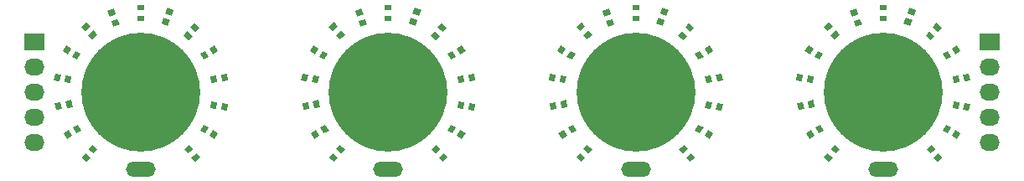
<source format=gts>
%TF.GenerationSoftware,KiCad,Pcbnew,(5.1.12)-1*%
%TF.CreationDate,2021-11-29T00:24:33+03:00*%
%TF.ProjectId,lepetocontrol,6c657065-746f-4636-9f6e-74726f6c2e6b,rev?*%
%TF.SameCoordinates,Original*%
%TF.FileFunction,Soldermask,Top*%
%TF.FilePolarity,Negative*%
%FSLAX46Y46*%
G04 Gerber Fmt 4.6, Leading zero omitted, Abs format (unit mm)*
G04 Created by KiCad (PCBNEW (5.1.12)-1) date 2021-11-29 00:24:33*
%MOMM*%
%LPD*%
G01*
G04 APERTURE LIST*
%ADD10O,2.032000X1.727200*%
%ADD11R,2.032000X1.727200*%
%ADD12O,3.000000X1.500000*%
%ADD13C,12.000000*%
%ADD14C,0.100000*%
%ADD15R,0.700000X0.600000*%
G04 APERTURE END LIST*
D10*
X176530000Y-36576000D03*
X176530000Y-34036000D03*
X176530000Y-31496000D03*
X176530000Y-28956000D03*
D11*
X176530000Y-26416000D03*
D10*
X273050000Y-36576000D03*
X273050000Y-34036000D03*
X273050000Y-31496000D03*
X273050000Y-28956000D03*
D11*
X273050000Y-26416000D03*
D12*
X187280000Y-39259000D03*
D13*
X187280000Y-31459000D03*
D12*
X212280000Y-39259000D03*
D13*
X212280000Y-31459000D03*
D12*
X237280000Y-39259000D03*
D13*
X237280000Y-31459000D03*
D12*
X262280000Y-39259000D03*
D13*
X262280000Y-31459000D03*
D14*
G36*
X267587419Y-37242514D02*
G01*
X267051188Y-37692465D01*
X266665515Y-37232838D01*
X267201746Y-36782887D01*
X267587419Y-37242514D01*
G37*
G36*
X268294485Y-38085162D02*
G01*
X267758254Y-38535113D01*
X267372581Y-38075486D01*
X267908812Y-37625535D01*
X268294485Y-38085162D01*
G37*
G36*
X269138494Y-35030891D02*
G01*
X268788494Y-35637109D01*
X268268878Y-35337109D01*
X268618878Y-34730891D01*
X269138494Y-35030891D01*
G37*
G36*
X270091122Y-35580891D02*
G01*
X269741122Y-36187109D01*
X269221506Y-35887109D01*
X269571506Y-35280891D01*
X270091122Y-35580891D01*
G37*
G36*
X269994575Y-32470906D02*
G01*
X269873021Y-33160271D01*
X269282137Y-33056082D01*
X269403691Y-32366717D01*
X269994575Y-32470906D01*
G37*
G36*
X271077863Y-32661918D02*
G01*
X270956309Y-33351283D01*
X270365425Y-33247094D01*
X270486979Y-32557729D01*
X271077863Y-32661918D01*
G37*
G36*
X269873021Y-29757729D02*
G01*
X269994575Y-30447094D01*
X269403691Y-30551283D01*
X269282137Y-29861918D01*
X269873021Y-29757729D01*
G37*
G36*
X270956309Y-29566717D02*
G01*
X271077863Y-30256082D01*
X270486979Y-30360271D01*
X270365425Y-29670906D01*
X270956309Y-29566717D01*
G37*
G36*
X268788494Y-27280891D02*
G01*
X269138494Y-27887109D01*
X268618878Y-28187109D01*
X268268878Y-27580891D01*
X268788494Y-27280891D01*
G37*
G36*
X269741122Y-26730891D02*
G01*
X270091122Y-27337109D01*
X269571506Y-27637109D01*
X269221506Y-27030891D01*
X269741122Y-26730891D01*
G37*
G36*
X266951188Y-25325535D02*
G01*
X267487419Y-25775486D01*
X267101746Y-26235113D01*
X266565515Y-25785162D01*
X266951188Y-25325535D01*
G37*
G36*
X267658254Y-24482887D02*
G01*
X268194485Y-24932838D01*
X267808812Y-25392465D01*
X267272581Y-24942514D01*
X267658254Y-24482887D01*
G37*
G36*
X264565603Y-23974216D02*
G01*
X265223387Y-24213630D01*
X265018175Y-24777446D01*
X264360391Y-24538032D01*
X264565603Y-23974216D01*
G37*
G36*
X264941825Y-22940554D02*
G01*
X265599609Y-23179968D01*
X265394397Y-23743784D01*
X264736613Y-23504370D01*
X264941825Y-22940554D01*
G37*
D15*
X262280000Y-24009000D03*
X262280000Y-22909000D03*
D14*
G36*
X259286613Y-24313630D02*
G01*
X259944397Y-24074216D01*
X260149609Y-24638032D01*
X259491825Y-24877446D01*
X259286613Y-24313630D01*
G37*
G36*
X258910391Y-23279968D02*
G01*
X259568175Y-23040554D01*
X259773387Y-23604370D01*
X259115603Y-23843784D01*
X258910391Y-23279968D01*
G37*
G36*
X256972581Y-25675486D02*
G01*
X257508812Y-25225535D01*
X257894485Y-25685162D01*
X257358254Y-26135113D01*
X256972581Y-25675486D01*
G37*
G36*
X256265515Y-24832838D02*
G01*
X256801746Y-24382887D01*
X257187419Y-24842514D01*
X256651188Y-25292465D01*
X256265515Y-24832838D01*
G37*
G36*
X255321506Y-27887109D02*
G01*
X255671506Y-27280891D01*
X256191122Y-27580891D01*
X255841122Y-28187109D01*
X255321506Y-27887109D01*
G37*
G36*
X254368878Y-27337109D02*
G01*
X254718878Y-26730891D01*
X255238494Y-27030891D01*
X254888494Y-27637109D01*
X254368878Y-27337109D01*
G37*
G36*
X254565425Y-30447094D02*
G01*
X254686979Y-29757729D01*
X255277863Y-29861918D01*
X255156309Y-30551283D01*
X254565425Y-30447094D01*
G37*
G36*
X253482137Y-30256082D02*
G01*
X253603691Y-29566717D01*
X254194575Y-29670906D01*
X254073021Y-30360271D01*
X253482137Y-30256082D01*
G37*
G36*
X254786979Y-33060271D02*
G01*
X254665425Y-32370906D01*
X255256309Y-32266717D01*
X255377863Y-32956082D01*
X254786979Y-33060271D01*
G37*
G36*
X253703691Y-33251283D02*
G01*
X253582137Y-32561918D01*
X254173021Y-32457729D01*
X254294575Y-33147094D01*
X253703691Y-33251283D01*
G37*
G36*
X255771506Y-35637109D02*
G01*
X255421506Y-35030891D01*
X255941122Y-34730891D01*
X256291122Y-35337109D01*
X255771506Y-35637109D01*
G37*
G36*
X254818878Y-36187109D02*
G01*
X254468878Y-35580891D01*
X254988494Y-35280891D01*
X255338494Y-35887109D01*
X254818878Y-36187109D01*
G37*
G36*
X257508812Y-37692465D02*
G01*
X256972581Y-37242514D01*
X257358254Y-36782887D01*
X257894485Y-37232838D01*
X257508812Y-37692465D01*
G37*
G36*
X256801746Y-38535113D02*
G01*
X256265515Y-38085162D01*
X256651188Y-37625535D01*
X257187419Y-38075486D01*
X256801746Y-38535113D01*
G37*
G36*
X242587419Y-37242514D02*
G01*
X242051188Y-37692465D01*
X241665515Y-37232838D01*
X242201746Y-36782887D01*
X242587419Y-37242514D01*
G37*
G36*
X243294485Y-38085162D02*
G01*
X242758254Y-38535113D01*
X242372581Y-38075486D01*
X242908812Y-37625535D01*
X243294485Y-38085162D01*
G37*
G36*
X244138494Y-35030891D02*
G01*
X243788494Y-35637109D01*
X243268878Y-35337109D01*
X243618878Y-34730891D01*
X244138494Y-35030891D01*
G37*
G36*
X245091122Y-35580891D02*
G01*
X244741122Y-36187109D01*
X244221506Y-35887109D01*
X244571506Y-35280891D01*
X245091122Y-35580891D01*
G37*
G36*
X244994575Y-32470906D02*
G01*
X244873021Y-33160271D01*
X244282137Y-33056082D01*
X244403691Y-32366717D01*
X244994575Y-32470906D01*
G37*
G36*
X246077863Y-32661918D02*
G01*
X245956309Y-33351283D01*
X245365425Y-33247094D01*
X245486979Y-32557729D01*
X246077863Y-32661918D01*
G37*
G36*
X244873021Y-29757729D02*
G01*
X244994575Y-30447094D01*
X244403691Y-30551283D01*
X244282137Y-29861918D01*
X244873021Y-29757729D01*
G37*
G36*
X245956309Y-29566717D02*
G01*
X246077863Y-30256082D01*
X245486979Y-30360271D01*
X245365425Y-29670906D01*
X245956309Y-29566717D01*
G37*
G36*
X243788494Y-27280891D02*
G01*
X244138494Y-27887109D01*
X243618878Y-28187109D01*
X243268878Y-27580891D01*
X243788494Y-27280891D01*
G37*
G36*
X244741122Y-26730891D02*
G01*
X245091122Y-27337109D01*
X244571506Y-27637109D01*
X244221506Y-27030891D01*
X244741122Y-26730891D01*
G37*
G36*
X241951188Y-25325535D02*
G01*
X242487419Y-25775486D01*
X242101746Y-26235113D01*
X241565515Y-25785162D01*
X241951188Y-25325535D01*
G37*
G36*
X242658254Y-24482887D02*
G01*
X243194485Y-24932838D01*
X242808812Y-25392465D01*
X242272581Y-24942514D01*
X242658254Y-24482887D01*
G37*
G36*
X239565603Y-23974216D02*
G01*
X240223387Y-24213630D01*
X240018175Y-24777446D01*
X239360391Y-24538032D01*
X239565603Y-23974216D01*
G37*
G36*
X239941825Y-22940554D02*
G01*
X240599609Y-23179968D01*
X240394397Y-23743784D01*
X239736613Y-23504370D01*
X239941825Y-22940554D01*
G37*
D15*
X237280000Y-24009000D03*
X237280000Y-22909000D03*
D14*
G36*
X234286613Y-24313630D02*
G01*
X234944397Y-24074216D01*
X235149609Y-24638032D01*
X234491825Y-24877446D01*
X234286613Y-24313630D01*
G37*
G36*
X233910391Y-23279968D02*
G01*
X234568175Y-23040554D01*
X234773387Y-23604370D01*
X234115603Y-23843784D01*
X233910391Y-23279968D01*
G37*
G36*
X231972581Y-25675486D02*
G01*
X232508812Y-25225535D01*
X232894485Y-25685162D01*
X232358254Y-26135113D01*
X231972581Y-25675486D01*
G37*
G36*
X231265515Y-24832838D02*
G01*
X231801746Y-24382887D01*
X232187419Y-24842514D01*
X231651188Y-25292465D01*
X231265515Y-24832838D01*
G37*
G36*
X230321506Y-27887109D02*
G01*
X230671506Y-27280891D01*
X231191122Y-27580891D01*
X230841122Y-28187109D01*
X230321506Y-27887109D01*
G37*
G36*
X229368878Y-27337109D02*
G01*
X229718878Y-26730891D01*
X230238494Y-27030891D01*
X229888494Y-27637109D01*
X229368878Y-27337109D01*
G37*
G36*
X229565425Y-30447094D02*
G01*
X229686979Y-29757729D01*
X230277863Y-29861918D01*
X230156309Y-30551283D01*
X229565425Y-30447094D01*
G37*
G36*
X228482137Y-30256082D02*
G01*
X228603691Y-29566717D01*
X229194575Y-29670906D01*
X229073021Y-30360271D01*
X228482137Y-30256082D01*
G37*
G36*
X229786979Y-33060271D02*
G01*
X229665425Y-32370906D01*
X230256309Y-32266717D01*
X230377863Y-32956082D01*
X229786979Y-33060271D01*
G37*
G36*
X228703691Y-33251283D02*
G01*
X228582137Y-32561918D01*
X229173021Y-32457729D01*
X229294575Y-33147094D01*
X228703691Y-33251283D01*
G37*
G36*
X230771506Y-35637109D02*
G01*
X230421506Y-35030891D01*
X230941122Y-34730891D01*
X231291122Y-35337109D01*
X230771506Y-35637109D01*
G37*
G36*
X229818878Y-36187109D02*
G01*
X229468878Y-35580891D01*
X229988494Y-35280891D01*
X230338494Y-35887109D01*
X229818878Y-36187109D01*
G37*
G36*
X232508812Y-37692465D02*
G01*
X231972581Y-37242514D01*
X232358254Y-36782887D01*
X232894485Y-37232838D01*
X232508812Y-37692465D01*
G37*
G36*
X231801746Y-38535113D02*
G01*
X231265515Y-38085162D01*
X231651188Y-37625535D01*
X232187419Y-38075486D01*
X231801746Y-38535113D01*
G37*
G36*
X217587419Y-37242514D02*
G01*
X217051188Y-37692465D01*
X216665515Y-37232838D01*
X217201746Y-36782887D01*
X217587419Y-37242514D01*
G37*
G36*
X218294485Y-38085162D02*
G01*
X217758254Y-38535113D01*
X217372581Y-38075486D01*
X217908812Y-37625535D01*
X218294485Y-38085162D01*
G37*
G36*
X219138494Y-35030891D02*
G01*
X218788494Y-35637109D01*
X218268878Y-35337109D01*
X218618878Y-34730891D01*
X219138494Y-35030891D01*
G37*
G36*
X220091122Y-35580891D02*
G01*
X219741122Y-36187109D01*
X219221506Y-35887109D01*
X219571506Y-35280891D01*
X220091122Y-35580891D01*
G37*
G36*
X219994575Y-32470906D02*
G01*
X219873021Y-33160271D01*
X219282137Y-33056082D01*
X219403691Y-32366717D01*
X219994575Y-32470906D01*
G37*
G36*
X221077863Y-32661918D02*
G01*
X220956309Y-33351283D01*
X220365425Y-33247094D01*
X220486979Y-32557729D01*
X221077863Y-32661918D01*
G37*
G36*
X219873021Y-29757729D02*
G01*
X219994575Y-30447094D01*
X219403691Y-30551283D01*
X219282137Y-29861918D01*
X219873021Y-29757729D01*
G37*
G36*
X220956309Y-29566717D02*
G01*
X221077863Y-30256082D01*
X220486979Y-30360271D01*
X220365425Y-29670906D01*
X220956309Y-29566717D01*
G37*
G36*
X218788494Y-27280891D02*
G01*
X219138494Y-27887109D01*
X218618878Y-28187109D01*
X218268878Y-27580891D01*
X218788494Y-27280891D01*
G37*
G36*
X219741122Y-26730891D02*
G01*
X220091122Y-27337109D01*
X219571506Y-27637109D01*
X219221506Y-27030891D01*
X219741122Y-26730891D01*
G37*
G36*
X216951188Y-25325535D02*
G01*
X217487419Y-25775486D01*
X217101746Y-26235113D01*
X216565515Y-25785162D01*
X216951188Y-25325535D01*
G37*
G36*
X217658254Y-24482887D02*
G01*
X218194485Y-24932838D01*
X217808812Y-25392465D01*
X217272581Y-24942514D01*
X217658254Y-24482887D01*
G37*
G36*
X214565603Y-23974216D02*
G01*
X215223387Y-24213630D01*
X215018175Y-24777446D01*
X214360391Y-24538032D01*
X214565603Y-23974216D01*
G37*
G36*
X214941825Y-22940554D02*
G01*
X215599609Y-23179968D01*
X215394397Y-23743784D01*
X214736613Y-23504370D01*
X214941825Y-22940554D01*
G37*
D15*
X212280000Y-24009000D03*
X212280000Y-22909000D03*
D14*
G36*
X209286613Y-24313630D02*
G01*
X209944397Y-24074216D01*
X210149609Y-24638032D01*
X209491825Y-24877446D01*
X209286613Y-24313630D01*
G37*
G36*
X208910391Y-23279968D02*
G01*
X209568175Y-23040554D01*
X209773387Y-23604370D01*
X209115603Y-23843784D01*
X208910391Y-23279968D01*
G37*
G36*
X206972581Y-25675486D02*
G01*
X207508812Y-25225535D01*
X207894485Y-25685162D01*
X207358254Y-26135113D01*
X206972581Y-25675486D01*
G37*
G36*
X206265515Y-24832838D02*
G01*
X206801746Y-24382887D01*
X207187419Y-24842514D01*
X206651188Y-25292465D01*
X206265515Y-24832838D01*
G37*
G36*
X205321506Y-27887109D02*
G01*
X205671506Y-27280891D01*
X206191122Y-27580891D01*
X205841122Y-28187109D01*
X205321506Y-27887109D01*
G37*
G36*
X204368878Y-27337109D02*
G01*
X204718878Y-26730891D01*
X205238494Y-27030891D01*
X204888494Y-27637109D01*
X204368878Y-27337109D01*
G37*
G36*
X204565425Y-30447094D02*
G01*
X204686979Y-29757729D01*
X205277863Y-29861918D01*
X205156309Y-30551283D01*
X204565425Y-30447094D01*
G37*
G36*
X203482137Y-30256082D02*
G01*
X203603691Y-29566717D01*
X204194575Y-29670906D01*
X204073021Y-30360271D01*
X203482137Y-30256082D01*
G37*
G36*
X204786979Y-33060271D02*
G01*
X204665425Y-32370906D01*
X205256309Y-32266717D01*
X205377863Y-32956082D01*
X204786979Y-33060271D01*
G37*
G36*
X203703691Y-33251283D02*
G01*
X203582137Y-32561918D01*
X204173021Y-32457729D01*
X204294575Y-33147094D01*
X203703691Y-33251283D01*
G37*
G36*
X205771506Y-35637109D02*
G01*
X205421506Y-35030891D01*
X205941122Y-34730891D01*
X206291122Y-35337109D01*
X205771506Y-35637109D01*
G37*
G36*
X204818878Y-36187109D02*
G01*
X204468878Y-35580891D01*
X204988494Y-35280891D01*
X205338494Y-35887109D01*
X204818878Y-36187109D01*
G37*
G36*
X207508812Y-37692465D02*
G01*
X206972581Y-37242514D01*
X207358254Y-36782887D01*
X207894485Y-37232838D01*
X207508812Y-37692465D01*
G37*
G36*
X206801746Y-38535113D02*
G01*
X206265515Y-38085162D01*
X206651188Y-37625535D01*
X207187419Y-38075486D01*
X206801746Y-38535113D01*
G37*
G36*
X192587419Y-37242514D02*
G01*
X192051188Y-37692465D01*
X191665515Y-37232838D01*
X192201746Y-36782887D01*
X192587419Y-37242514D01*
G37*
G36*
X193294485Y-38085162D02*
G01*
X192758254Y-38535113D01*
X192372581Y-38075486D01*
X192908812Y-37625535D01*
X193294485Y-38085162D01*
G37*
G36*
X194138494Y-35030891D02*
G01*
X193788494Y-35637109D01*
X193268878Y-35337109D01*
X193618878Y-34730891D01*
X194138494Y-35030891D01*
G37*
G36*
X195091122Y-35580891D02*
G01*
X194741122Y-36187109D01*
X194221506Y-35887109D01*
X194571506Y-35280891D01*
X195091122Y-35580891D01*
G37*
G36*
X194994575Y-32470906D02*
G01*
X194873021Y-33160271D01*
X194282137Y-33056082D01*
X194403691Y-32366717D01*
X194994575Y-32470906D01*
G37*
G36*
X196077863Y-32661918D02*
G01*
X195956309Y-33351283D01*
X195365425Y-33247094D01*
X195486979Y-32557729D01*
X196077863Y-32661918D01*
G37*
G36*
X194873021Y-29757729D02*
G01*
X194994575Y-30447094D01*
X194403691Y-30551283D01*
X194282137Y-29861918D01*
X194873021Y-29757729D01*
G37*
G36*
X195956309Y-29566717D02*
G01*
X196077863Y-30256082D01*
X195486979Y-30360271D01*
X195365425Y-29670906D01*
X195956309Y-29566717D01*
G37*
G36*
X193788494Y-27280891D02*
G01*
X194138494Y-27887109D01*
X193618878Y-28187109D01*
X193268878Y-27580891D01*
X193788494Y-27280891D01*
G37*
G36*
X194741122Y-26730891D02*
G01*
X195091122Y-27337109D01*
X194571506Y-27637109D01*
X194221506Y-27030891D01*
X194741122Y-26730891D01*
G37*
G36*
X191951188Y-25325535D02*
G01*
X192487419Y-25775486D01*
X192101746Y-26235113D01*
X191565515Y-25785162D01*
X191951188Y-25325535D01*
G37*
G36*
X192658254Y-24482887D02*
G01*
X193194485Y-24932838D01*
X192808812Y-25392465D01*
X192272581Y-24942514D01*
X192658254Y-24482887D01*
G37*
G36*
X189565603Y-23974216D02*
G01*
X190223387Y-24213630D01*
X190018175Y-24777446D01*
X189360391Y-24538032D01*
X189565603Y-23974216D01*
G37*
G36*
X189941825Y-22940554D02*
G01*
X190599609Y-23179968D01*
X190394397Y-23743784D01*
X189736613Y-23504370D01*
X189941825Y-22940554D01*
G37*
D15*
X187280000Y-24009000D03*
X187280000Y-22909000D03*
D14*
G36*
X184286613Y-24313630D02*
G01*
X184944397Y-24074216D01*
X185149609Y-24638032D01*
X184491825Y-24877446D01*
X184286613Y-24313630D01*
G37*
G36*
X183910391Y-23279968D02*
G01*
X184568175Y-23040554D01*
X184773387Y-23604370D01*
X184115603Y-23843784D01*
X183910391Y-23279968D01*
G37*
G36*
X181972581Y-25675486D02*
G01*
X182508812Y-25225535D01*
X182894485Y-25685162D01*
X182358254Y-26135113D01*
X181972581Y-25675486D01*
G37*
G36*
X181265515Y-24832838D02*
G01*
X181801746Y-24382887D01*
X182187419Y-24842514D01*
X181651188Y-25292465D01*
X181265515Y-24832838D01*
G37*
G36*
X180321506Y-27887109D02*
G01*
X180671506Y-27280891D01*
X181191122Y-27580891D01*
X180841122Y-28187109D01*
X180321506Y-27887109D01*
G37*
G36*
X179368878Y-27337109D02*
G01*
X179718878Y-26730891D01*
X180238494Y-27030891D01*
X179888494Y-27637109D01*
X179368878Y-27337109D01*
G37*
G36*
X179565425Y-30447094D02*
G01*
X179686979Y-29757729D01*
X180277863Y-29861918D01*
X180156309Y-30551283D01*
X179565425Y-30447094D01*
G37*
G36*
X178482137Y-30256082D02*
G01*
X178603691Y-29566717D01*
X179194575Y-29670906D01*
X179073021Y-30360271D01*
X178482137Y-30256082D01*
G37*
G36*
X179786979Y-33060271D02*
G01*
X179665425Y-32370906D01*
X180256309Y-32266717D01*
X180377863Y-32956082D01*
X179786979Y-33060271D01*
G37*
G36*
X178703691Y-33251283D02*
G01*
X178582137Y-32561918D01*
X179173021Y-32457729D01*
X179294575Y-33147094D01*
X178703691Y-33251283D01*
G37*
G36*
X180771506Y-35637109D02*
G01*
X180421506Y-35030891D01*
X180941122Y-34730891D01*
X181291122Y-35337109D01*
X180771506Y-35637109D01*
G37*
G36*
X179818878Y-36187109D02*
G01*
X179468878Y-35580891D01*
X179988494Y-35280891D01*
X180338494Y-35887109D01*
X179818878Y-36187109D01*
G37*
G36*
X182508812Y-37692465D02*
G01*
X181972581Y-37242514D01*
X182358254Y-36782887D01*
X182894485Y-37232838D01*
X182508812Y-37692465D01*
G37*
G36*
X181801746Y-38535113D02*
G01*
X181265515Y-38085162D01*
X181651188Y-37625535D01*
X182187419Y-38075486D01*
X181801746Y-38535113D01*
G37*
M02*

</source>
